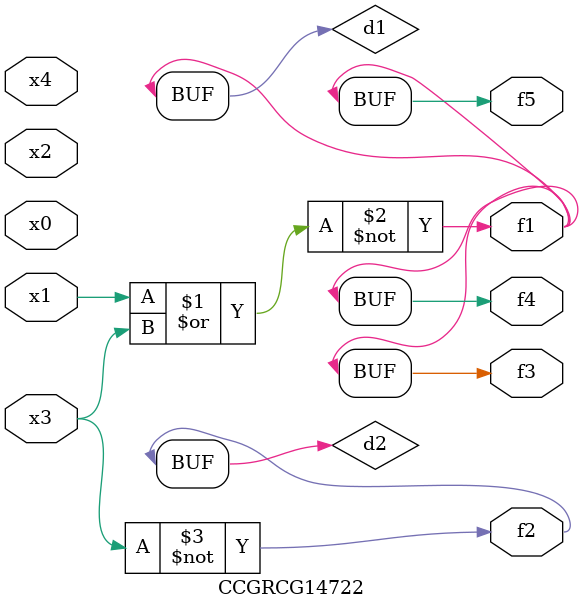
<source format=v>
module CCGRCG14722(
	input x0, x1, x2, x3, x4,
	output f1, f2, f3, f4, f5
);

	wire d1, d2;

	nor (d1, x1, x3);
	not (d2, x3);
	assign f1 = d1;
	assign f2 = d2;
	assign f3 = d1;
	assign f4 = d1;
	assign f5 = d1;
endmodule

</source>
